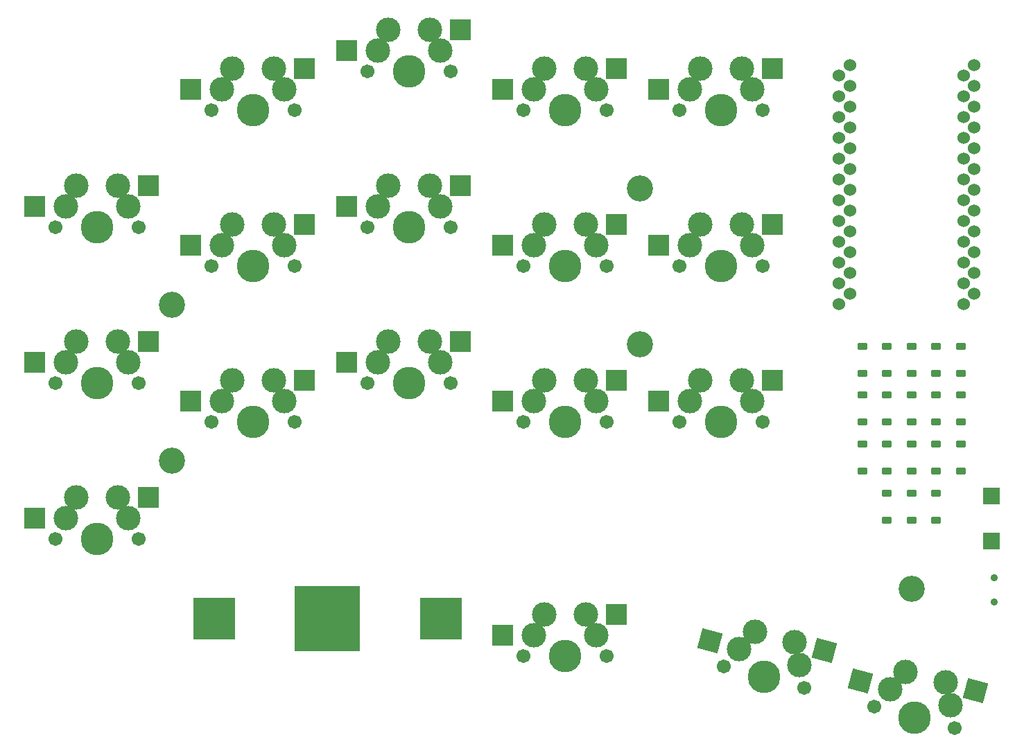
<source format=gbr>
%TF.GenerationSoftware,KiCad,Pcbnew,7.0.2*%
%TF.CreationDate,2023-10-26T02:33:03+11:00*%
%TF.ProjectId,cybr36,63796272-3336-42e6-9b69-6361645f7063,rev?*%
%TF.SameCoordinates,Original*%
%TF.FileFunction,Soldermask,Bot*%
%TF.FilePolarity,Negative*%
%FSLAX46Y46*%
G04 Gerber Fmt 4.6, Leading zero omitted, Abs format (unit mm)*
G04 Created by KiCad (PCBNEW 7.0.2) date 2023-10-26 02:33:03*
%MOMM*%
%LPD*%
G01*
G04 APERTURE LIST*
G04 Aperture macros list*
%AMRoundRect*
0 Rectangle with rounded corners*
0 $1 Rounding radius*
0 $2 $3 $4 $5 $6 $7 $8 $9 X,Y pos of 4 corners*
0 Add a 4 corners polygon primitive as box body*
4,1,4,$2,$3,$4,$5,$6,$7,$8,$9,$2,$3,0*
0 Add four circle primitives for the rounded corners*
1,1,$1+$1,$2,$3*
1,1,$1+$1,$4,$5*
1,1,$1+$1,$6,$7*
1,1,$1+$1,$8,$9*
0 Add four rect primitives between the rounded corners*
20,1,$1+$1,$2,$3,$4,$5,0*
20,1,$1+$1,$4,$5,$6,$7,0*
20,1,$1+$1,$6,$7,$8,$9,0*
20,1,$1+$1,$8,$9,$2,$3,0*%
%AMRotRect*
0 Rectangle, with rotation*
0 The origin of the aperture is its center*
0 $1 length*
0 $2 width*
0 $3 Rotation angle, in degrees counterclockwise*
0 Add horizontal line*
21,1,$1,$2,0,0,$3*%
G04 Aperture macros list end*
%ADD10R,8.000000X8.000000*%
%ADD11R,5.200000X5.200000*%
%ADD12R,2.550000X2.500000*%
%ADD13C,1.701800*%
%ADD14C,3.000000*%
%ADD15C,3.987800*%
%ADD16C,3.200000*%
%ADD17C,0.900000*%
%ADD18C,1.524000*%
%ADD19RoundRect,0.225000X-0.375000X0.225000X-0.375000X-0.225000X0.375000X-0.225000X0.375000X0.225000X0*%
%ADD20RotRect,2.550000X2.500000X345.000000*%
%ADD21R,2.000000X2.100000*%
G04 APERTURE END LIST*
D10*
%TO.C,BT1*%
X119175970Y-123015616D03*
D11*
X132990970Y-123015616D03*
X105360970Y-123015616D03*
%TD*%
D12*
%TO.C,SW11*%
X140578470Y-58338116D03*
X154428470Y-55798116D03*
D13*
X153218470Y-60878116D03*
D14*
X151948470Y-58338116D03*
X150678470Y-55798116D03*
D15*
X148138470Y-60878116D03*
D14*
X145598470Y-55798116D03*
X144328470Y-58338116D03*
D13*
X143058470Y-60878116D03*
%TD*%
D16*
%TO.C,H5*%
X190500000Y-119400000D03*
%TD*%
D17*
%TO.C,SW21*%
X200605000Y-118000000D03*
X200605000Y-121000000D03*
%TD*%
D18*
%TO.C,U1*%
X181610000Y-56642000D03*
X198156400Y-55372000D03*
X181610000Y-59182000D03*
X198156400Y-57912000D03*
X198156400Y-60452000D03*
X181610000Y-61722000D03*
X198156400Y-62992000D03*
X181610000Y-64262000D03*
X181610000Y-66802000D03*
X198156400Y-65532000D03*
X198156400Y-68072000D03*
X181610000Y-69342000D03*
X181610000Y-71882000D03*
X198156400Y-70612000D03*
X181610000Y-74422000D03*
X198156400Y-73152000D03*
X198156400Y-75692000D03*
X181610000Y-76962000D03*
X181610000Y-79502000D03*
X198156400Y-78232000D03*
X181610000Y-82042000D03*
X198156400Y-80772000D03*
X181610000Y-84582000D03*
X198156400Y-83312000D03*
X196850000Y-84582000D03*
X182936400Y-83312000D03*
X196850000Y-82042000D03*
X182936400Y-80772000D03*
X182936400Y-78232000D03*
X196850000Y-79502000D03*
X182936400Y-75692000D03*
X196850000Y-76962000D03*
X196850000Y-74422000D03*
X182936400Y-73152000D03*
X182936400Y-70612000D03*
X196850000Y-71882000D03*
X196850000Y-69342000D03*
X182936400Y-68072000D03*
X182936400Y-65532000D03*
X196850000Y-66802000D03*
X196850000Y-64262000D03*
X182936400Y-62992000D03*
X196850000Y-61722000D03*
X182936400Y-60452000D03*
X182936400Y-57912000D03*
X196850000Y-59182000D03*
X196850000Y-56642000D03*
X182936400Y-55372000D03*
%TD*%
D19*
%TO.C,D18*%
X193500000Y-107700000D03*
X193500000Y-111000000D03*
%TD*%
D16*
%TO.C,H3*%
X157318470Y-70403116D03*
%TD*%
D19*
%TO.C,D4*%
X187500000Y-93000000D03*
X187500000Y-89700000D03*
%TD*%
%TO.C,D16*%
X196500000Y-95700000D03*
X196500000Y-99000000D03*
%TD*%
D12*
%TO.C,SW3*%
X83428470Y-110725616D03*
X97278470Y-108185616D03*
D13*
X96068470Y-113265616D03*
D14*
X94798470Y-110725616D03*
X93528470Y-108185616D03*
D15*
X90988470Y-113265616D03*
D14*
X88448470Y-108185616D03*
X87178470Y-110725616D03*
D13*
X85908470Y-113265616D03*
%TD*%
D16*
%TO.C,H1*%
X157318470Y-89453116D03*
%TD*%
D12*
%TO.C,SW16*%
X159628470Y-77388116D03*
X173478470Y-74848116D03*
D13*
X172268470Y-79928116D03*
D14*
X170998470Y-77388116D03*
X169728470Y-74848116D03*
D15*
X167188470Y-79928116D03*
D14*
X164648470Y-74848116D03*
X163378470Y-77388116D03*
D13*
X162108470Y-79928116D03*
%TD*%
D12*
%TO.C,SW5*%
X102478470Y-77388116D03*
X116328470Y-74848116D03*
D13*
X115118470Y-79928116D03*
D14*
X113848470Y-77388116D03*
X112578470Y-74848116D03*
D15*
X110038470Y-79928116D03*
D14*
X107498470Y-74848116D03*
X106228470Y-77388116D03*
D13*
X104958470Y-79928116D03*
%TD*%
D20*
%TO.C,SW14*%
X165831960Y-125733489D03*
X179867433Y-126864682D03*
D13*
X177383862Y-131458414D03*
D14*
X176814537Y-128676262D03*
X176245211Y-125894110D03*
D15*
X172476959Y-130143613D03*
D14*
X171338308Y-124579309D03*
X169454182Y-126704061D03*
D13*
X167570056Y-128828812D03*
%TD*%
D12*
%TO.C,SW6*%
X102478470Y-96438116D03*
X116328470Y-93898116D03*
D13*
X115118470Y-98978116D03*
D14*
X113848470Y-96438116D03*
X112578470Y-93898116D03*
D15*
X110038470Y-98978116D03*
D14*
X107498470Y-93898116D03*
X106228470Y-96438116D03*
D13*
X104958470Y-98978116D03*
%TD*%
D12*
%TO.C,SW17*%
X159628470Y-96438116D03*
X173478470Y-93898116D03*
D13*
X172268470Y-98978116D03*
D14*
X170998470Y-96438116D03*
X169728470Y-93898116D03*
D15*
X167188470Y-98978116D03*
D14*
X164648470Y-93898116D03*
X163378470Y-96438116D03*
D13*
X162108470Y-98978116D03*
%TD*%
D12*
%TO.C,SW1*%
X83428470Y-72625616D03*
X97278470Y-70085616D03*
D13*
X96068470Y-75165616D03*
D14*
X94798470Y-72625616D03*
X93528470Y-70085616D03*
D15*
X90988470Y-75165616D03*
D14*
X88448470Y-70085616D03*
X87178470Y-72625616D03*
D13*
X85908470Y-75165616D03*
%TD*%
D19*
%TO.C,D13*%
X193500000Y-101700000D03*
X193500000Y-105000000D03*
%TD*%
D12*
%TO.C,SW15*%
X159628470Y-58338116D03*
X173478470Y-55798116D03*
D13*
X172268470Y-60878116D03*
D14*
X170998470Y-58338116D03*
X169728470Y-55798116D03*
D15*
X167188470Y-60878116D03*
D14*
X164648470Y-55798116D03*
X163378470Y-58338116D03*
D13*
X162108470Y-60878116D03*
%TD*%
D19*
%TO.C,D9*%
X190500000Y-101700000D03*
X190500000Y-105000000D03*
%TD*%
%TO.C,D15*%
X196500000Y-93000000D03*
X196500000Y-89700000D03*
%TD*%
%TO.C,D1*%
X184500000Y-89700000D03*
X184500000Y-93000000D03*
%TD*%
%TO.C,D3*%
X184500000Y-101700000D03*
X184500000Y-105000000D03*
%TD*%
D12*
%TO.C,SW13*%
X140578470Y-96438116D03*
X154428470Y-93898116D03*
D13*
X153218470Y-98978116D03*
D14*
X151948470Y-96438116D03*
X150678470Y-93898116D03*
D15*
X148138470Y-98978116D03*
D14*
X145598470Y-93898116D03*
X144328470Y-96438116D03*
D13*
X143058470Y-98978116D03*
%TD*%
D19*
%TO.C,D8*%
X190500000Y-95700000D03*
X190500000Y-99000000D03*
%TD*%
%TO.C,D7*%
X190500000Y-93000000D03*
X190500000Y-89700000D03*
%TD*%
D12*
%TO.C,SW12*%
X140578470Y-77388116D03*
X154428470Y-74848116D03*
D13*
X153218470Y-79928116D03*
D14*
X151948470Y-77388116D03*
X150678470Y-74848116D03*
D15*
X148138470Y-79928116D03*
D14*
X145598470Y-74848116D03*
X144328470Y-77388116D03*
D13*
X143058470Y-79928116D03*
%TD*%
D16*
%TO.C,H2*%
X100168470Y-103740616D03*
%TD*%
D12*
%TO.C,SW4*%
X102478470Y-58338116D03*
X116328470Y-55798116D03*
D13*
X115118470Y-60878116D03*
D14*
X113848470Y-58338116D03*
X112578470Y-55798116D03*
D15*
X110038470Y-60878116D03*
D14*
X107498470Y-55798116D03*
X106228470Y-58338116D03*
D13*
X104958470Y-60878116D03*
%TD*%
D12*
%TO.C,SW7*%
X121528470Y-53575616D03*
X135378470Y-51035616D03*
D13*
X134168470Y-56115616D03*
D14*
X132898470Y-53575616D03*
X131628470Y-51035616D03*
D15*
X129088470Y-56115616D03*
D14*
X126548470Y-51035616D03*
X125278470Y-53575616D03*
D13*
X124008470Y-56115616D03*
%TD*%
D19*
%TO.C,D10*%
X187500000Y-107700000D03*
X187500000Y-111000000D03*
%TD*%
%TO.C,D17*%
X196500000Y-101700000D03*
X196500000Y-105000000D03*
%TD*%
%TO.C,D2*%
X184500000Y-95700000D03*
X184500000Y-99000000D03*
%TD*%
%TO.C,D12*%
X193500000Y-95700000D03*
X193500000Y-99000000D03*
%TD*%
D12*
%TO.C,SW10*%
X140578470Y-125013116D03*
X154428470Y-122473116D03*
D13*
X153218470Y-127553116D03*
D14*
X151948470Y-125013116D03*
X150678470Y-122473116D03*
D15*
X148138470Y-127553116D03*
D14*
X145598470Y-122473116D03*
X144328470Y-125013116D03*
D13*
X143058470Y-127553116D03*
%TD*%
D12*
%TO.C,SW8*%
X121528470Y-72625616D03*
X135378470Y-70085616D03*
D13*
X134168470Y-75165616D03*
D14*
X132898470Y-72625616D03*
X131628470Y-70085616D03*
D15*
X129088470Y-75165616D03*
D14*
X126548470Y-70085616D03*
X125278470Y-72625616D03*
D13*
X124008470Y-75165616D03*
%TD*%
%TO.C,SW9*%
X124008470Y-94215616D03*
D14*
X125278470Y-91675616D03*
X126548470Y-89135616D03*
D15*
X129088470Y-94215616D03*
D14*
X131628470Y-89135616D03*
X132898470Y-91675616D03*
D13*
X134168470Y-94215616D03*
D12*
X135378470Y-89135616D03*
X121528470Y-91675616D03*
%TD*%
%TO.C,SW2*%
X83428470Y-91675616D03*
X97278470Y-89135616D03*
D13*
X96068470Y-94215616D03*
D14*
X94798470Y-91675616D03*
X93528470Y-89135616D03*
D15*
X90988470Y-94215616D03*
D14*
X88448470Y-89135616D03*
X87178470Y-91675616D03*
D13*
X85908470Y-94215616D03*
%TD*%
D19*
%TO.C,D6*%
X187500000Y-101700000D03*
X187500000Y-105000000D03*
%TD*%
%TO.C,D11*%
X193500000Y-93000000D03*
X193500000Y-89700000D03*
%TD*%
%TO.C,D14*%
X190500000Y-107700000D03*
X190500000Y-111000000D03*
%TD*%
D20*
%TO.C,SW18*%
X184232961Y-130663985D03*
X198268434Y-131795178D03*
D13*
X195784863Y-136388910D03*
D14*
X195215538Y-133606758D03*
X194646212Y-130824606D03*
D15*
X190877960Y-135074109D03*
D14*
X189739309Y-129509805D03*
X187855183Y-131634557D03*
D13*
X185971057Y-133759308D03*
%TD*%
D19*
%TO.C,D5*%
X187500000Y-95700000D03*
X187500000Y-99000000D03*
%TD*%
D16*
%TO.C,H4*%
X100168470Y-84690616D03*
%TD*%
D21*
%TO.C,SW19*%
X200250000Y-108000000D03*
X200250000Y-113500000D03*
%TD*%
M02*

</source>
